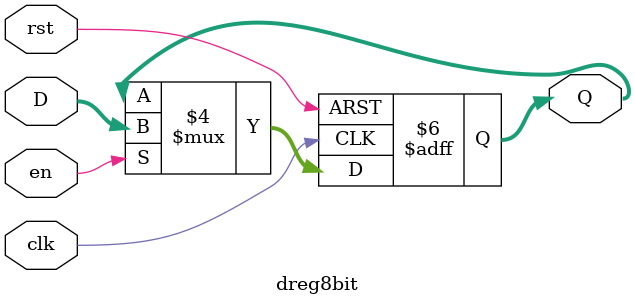
<source format=v>
module dreg8bit (input wire clk, input wire en,
	input wire rst, input wire[7:0] D, 
	output reg[7:0] Q);

	// D-type register.
	always @ (posedge clk or negedge rst) begin
		if (rst==0) begin
			Q <= 0;
		end else begin
			if (en==1) begin
				Q <= D;
			end
		end
	end
endmodule

</source>
